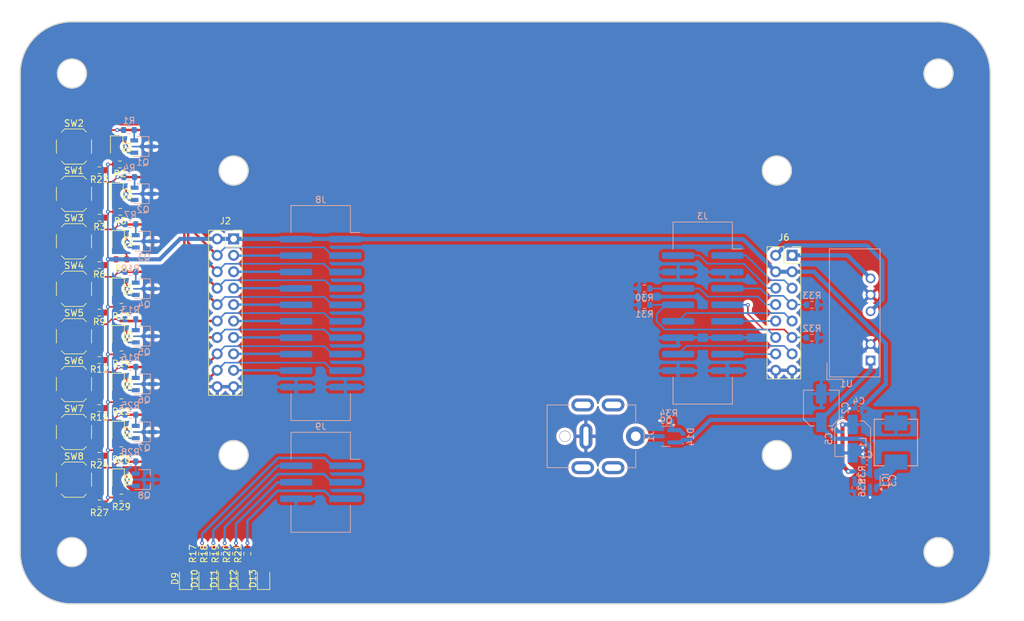
<source format=kicad_pcb>
(kicad_pcb (version 20240108) (generator "pcbnew") (generator_version "8.0")
  (layers (0 "F.Cu" signal) (31 "B.Cu" signal) (34 "B.Paste" user) (35 "F.Paste" user) (36 "B.SilkS" user "B.Silkscreen") (37 "F.SilkS" user "F.Silkscreen") (38 "B.Mask" user) (39 "F.Mask" user) (44 "Edge.Cuts" user))
  (net 0 "")
  (net 1 "Net-(D1-K)")
  (net 2 "Net-(D1-A)")
  (net 3 "AI0+")
  (net 4 "AI0-")
  (net 5 "AI1+")
  (net 6 "AI1-")
  (net 7 "DIO0")
  (net 8 "DIO1")
  (net 9 "DIO2")
  (net 10 "DIO3")
  (net 11 "DIO4")
  (net 12 "DIO5")
  (net 13 "DIO6")
  (net 14 "DIO7")
  (net 15 "AO0")
  (net 16 "GND")
  (net 17 "AO1")
  (net 18 "+5V")
  (net 19 "VCC")
  (net 20 "Net-(IC1-CB)")
  (net 21 "Net-(Q1-B)")
  (net 22 "DIO10")
  (net 23 "DIO11")
  (net 24 "DIO8")
  (net 25 "DIO13")
  (net 26 "DIO14")
  (net 27 "DIO9")
  (net 28 "DIO15")
  (net 29 "DIO12")
  (net 30 "Res0")
  (net 31 "Net-(R6-Pad2)")
  (net 32 "Res1")
  (net 33 "Res3")
  (net 34 "Res2")
  (net 35 "Net-(R3-Pad2)")
  (net 36 "Net-(R23-Pad2)")
  (net 37 "Net-(R9-Pad2)")
  (net 38 "Net-(R12-Pad2)")
  (net 39 "Net-(R15-Pad2)")
  (net 40 "Net-(R24-Pad2)")
  (net 41 "Net-(D2-K)")
  (net 42 "Net-(D2-A)")
  (net 43 "Net-(D3-K)")
  (net 44 "Net-(D3-A)")
  (net 45 "Net-(D4-K)")
  (net 46 "Net-(D4-A)")
  (net 47 "Net-(D5-K)")
  (net 48 "Net-(D5-A)")
  (net 49 "Net-(D6-K)")
  (net 50 "Net-(D6-A)")
  (net 51 "Net-(D7-K)")
  (net 52 "Net-(D7-A)")
  (net 53 "Net-(D8-K)")
  (net 54 "Net-(D8-A)")
  (net 55 "Net-(Q2-B)")
  (net 56 "Net-(Q3-B)")
  (net 57 "Net-(Q4-B)")
  (net 58 "Net-(Q5-B)")
  (net 59 "Net-(Q6-B)")
  (net 60 "Net-(Q7-B)")
  (net 61 "Net-(Q8-B)")
  (net 62 "Net-(R27-Pad2)")
  (net 63 "CHARGE")
  (net 64 "LED1")
  (net 65 "LED2")
  (net 66 "LED3")
  (net 67 "LED4")
  (net 68 "Net-(D9-A)")
  (net 69 "Net-(D10-A)")
  (net 70 "Net-(D11-A)")
  (net 71 "Net-(D12-A)")
  (net 72 "Net-(D13-A)")
  (net 73 "Net-(IC1-SW)")
  (net 74 "Net-(D14-A)")
  (net 75 "Net-(IC1-FB)")
  (net 76 "-12V")
  (net 77 "+12V")
  (net 78 "Net-(Q9-D)")
  (footprint "Resistor_SMD:R_0603_1608Metric" (layer "F.Cu") (at 91.409 76.28 180)
    (property "Reference" "R5")
    (property "Value" "1K2")
  )
  (footprint "Resistor_SMD:R_0603_1608Metric" (layer "F.Cu") (at 105.819001 129.159 90)
    (property "Reference" "R18")
    (property "Value" "1K2")
  )
  (footprint "Connector_PinSocket_2.54mm:PinSocket_2x08_P2.54mm_Vertical" (layer "F.Cu") (at 195.306 83.015)
    (property "Reference" "J6")
    (property "Value" "Conn_02x08_Odd_Even")
  )
  (footprint "LED_SMD:LED_0805_2012Metric" (layer "F.Cu") (at 113.5762 133.0096 90)
    (property "Reference" "D13")
    (property "Value" "LED")
  )
  (footprint "LED_SMD:LED_0805_2012Metric" (layer "F.Cu") (at 91.0906 80.8724 -90)
    (property "Reference" "D3")
    (property "Value" "DIO0")
  )
  (footprint "Button_Switch_SMD:SW_SPST_SKQG_WithStem" (layer "F.Cu") (at 84.2568 110.3422)
    (property "Reference" "SW7")
    (property "Value" "SW_Push")
  )
  (footprint "Resistor_SMD:R_0603_1608Metric" (layer "F.Cu") (at 109.318999 129.159 90)
    (property "Reference" "R20")
    (property "Value" "1K2")
  )
  (footprint "Button_Switch_SMD:SW_SPST_SKQG_WithStem" (layer "F.Cu") (at 84.2568 117.7078)
    (property "Reference" "SW8")
    (property "Value" "SW_Push")
  )
  (footprint "Button_Switch_SMD:SW_SPST_SKQG_WithStem" (layer "F.Cu") (at 84.2568 102.925)
    (property "Reference" "SW6")
    (property "Value" "SW_Push")
  )
  (footprint "Resistor_SMD:R_0603_1608Metric" (layer "F.Cu") (at 91.5732 113.1506 180)
    (property "Reference" "R26")
    (property "Value" "1K2")
  )
  (footprint "LED_SMD:LED_0805_2012Metric" (layer "F.Cu") (at 90.9116 73.5318 -90)
    (property "Reference" "D2")
    (property "Value" "DIO0")
  )
  (footprint "Resistor_SMD:R_0603_1608Metric" (layer "F.Cu") (at 88.1844 99.2182 180)
    (property "Reference" "R12")
    (property "Value" "100k")
  )
  (footprint "LED_SMD:LED_0805_2012Metric" (layer "F.Cu") (at 90.8608 66.2208 -90)
    (property "Reference" "D1")
    (property "Value" "DIO0")
  )
  (footprint "Resistor_SMD:R_0603_1608Metric" (layer "F.Cu") (at 91.588 105.727 180)
    (property "Reference" "R22")
    (property "Value" "1K2")
  )
  (footprint "Resistor_SMD:R_0603_1608Metric" (layer "F.Cu") (at 111.069 129.159 90)
    (property "Reference" "R21")
    (property "Value" "1K2")
  )
  (footprint "LED_SMD:LED_0805_2012Metric" (layer "F.Cu") (at 101.5362 133.0096 90)
    (property "Reference" "D9")
    (property "Value" "LED")
  )
  (footprint "Button_Switch_SMD:SW_SPST_SKQG_WithStem" (layer "F.Cu") (at 84.2568 66.2008)
    (property "Reference" "SW2")
    (property "Value" "SW_Push")
  )
  (footprint "Resistor_SMD:R_0603_1608Metric" (layer "F.Cu") (at 88.1938 84.5312 180)
    (property "Reference" "R6")
    (property "Value" "100k")
  )
  (footprint "Resistor_SMD:R_0603_1608Metric" (layer "F.Cu") (at 104.069 129.159 90)
    (property "Reference" "R17")
    (property "Value" "1K2")
  )
  (footprint "Resistor_SMD:R_0603_1608Metric" (layer "F.Cu") (at 88.1832 69.858 180)
    (property "Reference" "R23")
    (property "Value" "100k")
  )
  (footprint "Resistor_SMD:R_0603_1608Metric" (layer "F.Cu") (at 88.1844 114.0142 180)
    (property "Reference" "R24")
    (property "Value" "100k")
  )
  (footprint "LED_SMD:LED_0805_2012Metric" (layer "F.Cu") (at 104.5462 133.0096 90)
    (property "Reference" "D10")
    (property "Value" "LED")
  )
  (footprint "Resistor_SMD:R_0603_1608Metric" (layer "F.Cu") (at 88.159 106.6414 180)
    (property "Reference" "R15")
    (property "Value" "100k")
  )
  (footprint "LED_SMD:LED_0805_2012Metric" (layer "F.Cu") (at 107.5562 133.0096 90)
    (property "Reference" "D11")
    (property "Value" "LED")
  )
  (footprint "Resistor_SMD:R_0603_1608Metric" (layer "F.Cu") (at 91.3582 68.969 180)
    (property "Reference" "R2")
    (property "Value" "1K2")
  )
  (footprint "Button_Switch_SMD:SW_SPST_SKQG_WithStem" (layer "F.Cu") (at 84.2568 95.5336)
    (property "Reference" "SW5")
    (property "Value" "SW_Push")
  )
  (footprint "LED_SMD:LED_0805_2012Metric" (layer "F.Cu") (at 110.5662 133.0096 90)
    (property "Reference" "D12")
    (property "Value" "LED")
  )
  (footprint "Button_Switch_SMD:SW_SPST_SKQG_WithStem" (layer "F.Cu") (at 84.2568 73.5118)
    (property "Reference" "SW1")
    (property "Value" "SW_Push")
  )
  (footprint "LED_SMD:LED_0805_2012Metric" (layer "F.Cu") (at 91.0906 102.945 -90)
    (property "Reference" "D6")
    (property "Value" "DIO0")
  )
  (footprint "Button_Switch_SMD:SW_SPST_SKQG_WithStem" (layer "F.Cu") (at 84.2568 80.8524)
    (property "Reference" "SW3")
    (property "Value" "SW_Push")
  )
  (footprint "Connector_PinSocket_2.54mm:PinSocket_2x10_P2.54mm_Vertical" (layer "F.Cu") (at 108.946 80.475)
    (property "Reference" "J2")
    (property "Value" "Conn_02x10_Odd_Even")
  )
  (footprint "Resistor_SMD:R_0603_1608Metric" (layer "F.Cu") (at 91.588 120.4718 180)
    (property "Reference" "R29")
    (property "Value" "1K2")
  )
  (footprint "LED_SMD:LED_0805_2012Metric" (layer "F.Cu") (at 91.0906 110.3622 -90)
    (property "Reference" "D7")
    (property "Value" "DIO0")
  )
  (footprint "Resistor_SMD:R_0603_1608Metric" (layer "F.Cu") (at 91.588 90.9822 180)
    (property "Reference" "R11")
    (property "Value" "1K2")
  )
  (footprint "LED_SMD:LED_0805_2012Metric" (layer "F.Cu") (at 91.0906 95.5536 -90)
    (property "Reference" "D5")
    (property "Value" "DIO0")
  )
  (footprint "Button_Switch_SMD:SW_SPST_SKQG_WithStem" (layer "F.Cu") (at 84.2568 88.193)
    (property "Reference" "SW4")
    (property "Value" "SW_Push")
  )
  (footprint "Resistor_SMD:R_0603_1608Metric" (layer "F.Cu") (at 91.588 98.3292 180)
    (property "Reference" "R14")
    (property "Value" "1K2")
  )
  (footprint "Resistor_SMD:R_0603_1608Metric" (layer "F.Cu") (at 107.569 129.159 90)
    (property "Reference" "R19")
    (property "Value" "1K2")
  )
  (footprint "Resistor_SMD:R_0603_1608Metric" (layer "F.Cu") (at 88.1844 121.3862 180)
    (property "Reference" "R27")
    (property "Value" "100k")
  )
  (footprint "Resistor_SMD:R_0603_1608Metric" (layer "F.Cu") (at 88.1844 91.8712 180)
    (property "Reference" "R9")
    (property "Value" "100k")
  )
  (footprint "Resistor_SMD:R_0603_1608Metric" (layer "F.Cu") (at 91.588 83.6352 180)
    (property "Reference" "R8")
    (property "Value" "1K2")
  )
  (footprint "Resistor_SMD:R_0603_1608Metric" (layer "F.Cu") (at 88.234 77.1944 180)
    (property "Reference" "R3")
    (property "Value" "100k")
  )
  (footprint "LED_SMD:LED_0805_2012Metric" (layer "F.Cu") (at 91.0906 117.7278 -90)
    (property "Reference" "D8")
    (property "Value" "DIO0")
  )
  (footprint "LED_SMD:LED_0805_2012Metric" (layer "F.Cu") (at 91.0906 88.213 -90)
    (property "Reference" "D4")
    (property "Value" "DIO0")
  )
  (footprint "Resistor_SMD:R_0603_1608Metric" (layer "B.Cu") (at 92.985 107.6642 180)
    (property "Reference" "R25")
    (property "Value" "100K")
  )
  (footprint "Resistor_SMD:R_0603_1608Metric" (layer "B.Cu") (at 92.985 78.1996 180)
    (property "Reference" "R7")
    (property "Value" "100K")
  )
  (footprint "Resistor_SMD:R_0603_1608Metric" (layer "B.Cu") (at 172.466 88.138)
    (property "Reference" "R30")
    (property "Value" "0")
  )
  (footprint "Package_TO_SOT_SMD:TSOT-23" (layer "B.Cu") (at 95.1186 95.5336)
    (property "Reference" "Q5")
    (property "Value" "NPN")
  )
  (footprint "Resistor_SMD:R_0603_1608Metric" (layer "B.Cu") (at 92.7552 63.635 180)
    (property "Reference" "R1")
    (property "Value" "100K")
  )
  (footprint "Resistor_SMD:R_0603_1608Metric" (layer "B.Cu") (at 92.985 92.8936 180)
    (property "Reference" "R13")
    (property "Value" "100K")
  )
  (footprint "Techbeard:BarrelJack_10A" (layer "B.Cu") (at 171.125 111 90)
    (property "Reference" "J1")
    (property "Value" "Barrel_Jack_Switch")
  )
  (footprint "Capacitor_SMD:C_0402_1005Metric" (layer "B.Cu") (at 206.8576 115.062 180)
    (property "Reference" "C1")
    (property "Value" "100n")
  )
  (footprint "Resistor_SMD:R_0603_1608Metric" (layer "B.Cu") (at 92.985 100.266 180)
    (property "Reference" "R16")
    (property "Value" "100K")
  )
  (footprint "Resistor_SMD:R_0603_1608Metric" (layer "B.Cu") (at 198.374 90.678 180)
    (property "Reference" "R33")
    (property "Value" "0")
  )
  (footprint "Converter_DCDC:Converter_DCDC_TRACO_TBA2-xxxx_Dual_THT" (layer "B.Cu") (at 207.4418 99.2886)
    (property "Reference" "U1")
    (property "Value" "TBA2-1222")
  )
  (footprint "Connector_IDC:IDC-Header_2x10_P2.54mm_Vertical_SMD" (layer "B.Cu") (at 122.418 91.948 180)
    (property "Reference" "J8")
    (property "Value" "Conn_02x10_Odd_Even")
  )
  (footprint "Capacitor_SMD:CP_Elec_5x5.4" (layer "B.Cu") (at 199.8218 106.6292 90)
    (property "Reference" "C2")
    (property "Value" "47u")
  )
  (footprint "Capacitor_SMD:C_0402_1005Metric" (layer "B.Cu") (at 205.613 106.7054 180)
    (property "Reference" "C4")
    (property "Value" "100n")
  )
  (footprint "Package_TO_SOT_SMD:TSOT-23" (layer "B.Cu") (at 95.1186 80.8524)
    (property "Reference" "Q3")
    (property "Value" "NPN")
  )
  (footprint "Capacitor_SMD:C_0402_1005Metric" (layer "B.Cu") (at 209.7278 117.856 90)
    (property "Reference" "C3")
    (property "Value" "100n")
  )
  (footprint "Resistor_SMD:R_0402_1005Metric" (layer "B.Cu") (at 176.2252 108.6104 180)
    (property "Reference" "R34")
    (property "Value" "100k")
  )
  (footprint "Diode_SMD:D_0402_1005Metric" (layer "B.Cu") (at 178.4509 111.0837 90)
    (property "Reference" "D14")
    (property "Value" "15V")
  )
  (footprint "Connector_IDC:IDC-Header_2x03_P2.54mm_Vertical_SMD" (layer "B.Cu") (at 122.418 118.11 180)
    (property "Reference" "J9")
    (property "Value" "Conn_02x03_Odd_Even")
  )
  (footprint "Package_TO_SOT_SMD:TSOT-23" (layer "B.Cu") (at 95.1186 117.7078)
    (property "Reference" "Q8")
    (property "Value" "NPN")
  )
  (footprint "Resistor_SMD:R_0603_1608Metric" (layer "B.Cu") (at 198.374 95.758 180)
    (property "Reference" "R32")
    (property "Value" "0")
  )
  (footprint "Package_TO_SOT_SMD:TSOT-23" (layer "B.Cu") (at 95.1186 88.193)
    (property "Reference" "Q4")
    (property "Value" "NPN")
  )
  (footprint "Resistor_SMD:R_0603_1608Metric" (layer "B.Cu") (at 92.985 114.8838 180)
    (property "Reference" "R28")
    (property "Value" "100K")
  )
  (footprint "Package_TO_SOT_SMD:SOT-23-6" (layer "B.Cu") (at 207.3656 117.8814 90)
    (property "Reference" "IC1")
    (property "Value" "RY8310")
  )
  (footprint "Resistor_SMD:R_0603_1608Metric" (layer "B.Cu") (at 92.806 70.9206 180)
    (property "Reference" "R4")
    (property "Value" "100K")
  )
  (footprint "Resistor_SMD:R_0603_1608Metric" (layer "B.Cu") (at 92.985 85.572 180)
    (property "Reference" "R10")
    (property "Value" "100K")
  )
  (footprint "LeoDJ-kicad:L_0630" (layer "B.Cu") (at 211.3534 111.9632 90)
    (property "Reference" "L1")
    (property "Value" "4.7u")
  )
  (footprint "Package_TO_SOT_SMD:SOT-23" (layer "B.Cu") (at 175.8188 110.998 180)
    (property "Reference" "Q9")
    (property "Value" "AO3401A")
  )
  (footprint "Package_TO_SOT_SMD:TSOT-23" (layer "B.Cu") (at 95.1186 102.925)
    (property "Reference" "Q6")
    (property "Value" "NPN")
  )
  (footprint "Resistor_SMD:R_0603_1608Metric" (layer "B.Cu") (at 172.466 90.678)
    (property "Reference" "R31")
    (property "Value" "0")
  )
  (footprint "Connector_IDC:IDC-Header_2x08_P2.54mm_Vertical_SMD" (layer "B.Cu") (at 181.483 91.948 180)
    (property "Reference" "J3")
    (property "Value" "Conn_02x08_Odd_Even")
  )
  (footprint "Package_TO_SOT_SMD:TSOT-23" (layer "B.Cu") (at 94.8888 66.2008)
    (property "Reference" "Q1")
    (property "Value" "NPN")
  )
  (footprint "Package_TO_SOT_SMD:TSOT-23" (layer "B.Cu") (at 94.9396 73.5118)
    (property "Reference" "Q2")
    (property "Value" "NPN")
  )
  (footprint "Package_TO_SOT_SMD:TSOT-23" (layer "B.Cu") (at 95.1186 110.3422)
    (property "Reference" "Q7")
    (property "Value" "NPN")
  )
  (footprint "Resistor_SMD:R_0402_1005Metric" (layer "B.Cu") (at 204.9526 118.9736 90)
    (property "Reference" "R36")
    (property "Value" "10k")
  )
  (footprint "Resistor_SMD:R_0402_1005Metric" (layer "B.Cu") (at 204.9526 116.9416 90)
    (property "Reference" "R35")
    (property "Value" "52k50")
  )
  (footprint "Capacitor_SMD:CP_Elec_5x5.4" (layer "B.Cu") (at 204.6732 111.379 -90)
    (property "Reference" "C5")
    (property "Value" "22u")
  )
  (gr_circle (center 108.946 113.905) (end 111.196 113.905) (stroke (width 0.2)) (fill none) (layer "Edge.Cuts"))
  (gr_circle (center 83.946 54.905) (end 86.196 54.905) (stroke (width 0.2)) (fill none) (layer "Edge.Cuts"))
  (gr_circle (center 192.946 69.905) (end 195.196 69.905) (stroke (width 0.2)) (fill none) (layer "Edge.Cuts"))
  (gr_circle (center 217.946 54.905) (end 220.196 54.905) (stroke (width 0.2)) (fill none) (layer "Edge.Cuts"))
  (gr_line (start 83.946 136.905) (end 217.946 136.905) (stroke (width 0.2)) (layer "Edge.Cuts"))
  (gr_arc (start 83.946 136.905) (mid 78.289146 134.561854) (end 75.946 128.905) (stroke (width 0.2)) (layer "Edge.Cuts"))
  (gr_arc (start 225.946 128.905) (mid 223.602854 134.561854) (end 217.946 136.905) (stroke (width 0.2)) (layer "Edge.Cuts"))
  (gr_arc (start 75.946 54.905) (mid 78.289146 49.248146) (end 83.946 46.905) (stroke (width 0.2)) (layer "Edge.Cuts"))
  (gr_arc (start 217.946 46.905) (mid 223.602854 49.248146) (end 225.946 54.905) (stroke (width 0.2)) (layer "Edge.Cuts"))
  (gr_line (start 225.946 128.905) (end 225.946 54.905) (stroke (width 0.2)) (layer "Edge.Cuts"))
  (gr_circle (center 83.946 128.905) (end 86.196 128.905) (stroke (width 0.2)) (fill none) (layer "Edge.Cuts"))
  (gr_line (start 217.946 46.905) (end 83.946 46.905) (stroke (width 0.2)) (layer "Edge.Cuts"))
  (gr_line (start 75.946 54.905) (end 75.946 128.905) (stroke (width 0.2)) (layer "Edge.Cuts"))
  (gr_circle (center 192.946 113.905) (end 195.196 113.905) (stroke (width 0.2)) (fill none) (layer "Edge.Cuts"))
  (gr_circle (center 217.946 128.905) (end 220.196 128.905) (stroke (width 0.2)) (fill none) (layer "Edge.Cuts"))
  (gr_circle (center 108.946 69.905) (end 111.196 69.905) (stroke (width 0.2)) (fill none) (layer "Edge.Cuts"))
  (segment (start 92.0159 65.2833) (end 92.2472 65.5146) (width 0.25) (layer "F.Cu") (net 1))
  (segment (start 90.8608 65.2833) (end 92.0159 65.2833) (width 0.25) (layer "F.Cu") (net 1))
  (segment (start 92.2472 65.5146) (end 92.2472 66.2008) (width 0.25) (layer "F.Cu") (net 1))
  (via (at 92.2472 66.2008) (size 0.8) (drill 0.4) (layers "F.Cu" "B.Cu") (net 1))
  (segment (start 92.2472 66.7592) (end 92.6388 67.1508) (width 0.25) (layer "B.Cu") (net 1))
  (segment (start 92.6388 67.1508) (end 93.5788 67.1508) (width 0.25) (layer "B.Cu") (net 1))
  (segment (start 92.2472 66.2008) (end 92.2472 66.7592) (width 0.25) (layer "B.Cu") (net 1))
  (segment (start 90.8608 67.1583) (end 91.0715 67.1583) (width 0.25) (layer "F.Cu") (net 2))
  (segment (start 90.8654 67.1629) (end 90.8608 67.1583) (width 0.25) (layer "F.Cu") (net 2))
  (segment (start 91.0715 67.1583) (end 92.1832 68.27) (width 0.25) (layer "F.Cu") (net 2))
  (segment (start 92.1832 68.27) (end 92.1832 68.969) (width 0.25) (layer "F.Cu") (net 2))
  (segment (start 194.079 91.948) (end 195.306 93.175) (width 0.254) (layer "B.Cu") (net 3))
  (segment (start 178.953 91.948) (end 194.079 91.948) (width 0.254) (layer "B.Cu") (net 3))
  (segment (start 177.683 93.218) (end 178.953 91.948) (width 0.254) (layer "B.Cu") (net 3))
  (segment (start 185.283 93.218) (end 185.326 93.175) (width 0.254) (layer "B.Cu") (net 4))
  (segment (start 185.326 93.175) (end 192.766 93.175) (width 0.254) (layer "B.Cu") (net 4))
  (segment (start 194.079 97.028) (end 195.306 98.255) (width 0.254) (layer "B.Cu") (net 5))
  (segment (start 177.683 98.298) (end 178.953 97.028) (width 0.254) (layer "B.Cu") (net 5))
  (segment (start 178.953 97.028) (end 194.079 97.028) (width 0.254) (layer "B.Cu") (net 5))
  (segment (start 185.283 98.298) (end 192.723 98.298) (width 0.254) (layer "B.Cu") (net 6))
  (segment (start 192.723 98.298) (end 192.766 98.255) (width 0.254) (layer "B.Cu") (net 6))
  (segment (start 81.1568 64.3508) (end 87.3568 64.3508) (width 0.25) (layer "F.Cu") (net 7))
  (segment (start 89.1865 64.1303) (end 89.377 63.9398) (width 0.25) (layer "F.Cu") (net 7))
  (segment (start 90.9264 63.635) (end 95.639 63.635) (width 0.381) (layer "F.Cu") (net 7))
  (segment (start 93.226 63.635) (end 90.9264 63.635) (width 0.25) (layer "F.Cu") (net 7))
  (segment (start 87.3568 64.3508) (end 88.966 64.3508) (width 0.25) (layer "F.Cu") (net 7))
  (segment (start 102.489 70.485) (end 102.489 79.121) (width 0.381) (layer "F.Cu") (net 7))
  (segment (start 90.9264 63.635) (end 89.6818 63.635) (width 0.25) (layer "F.Cu") (net 7))
  (segment (start 95.639 63.635) (end 102.489 70.485) (width 0.381) (layer "F.Cu") (net 7))
  (segment (start 102.489 79.121) (end 106.383 83.015) (width 0.381) (layer "F.Cu") (net 7))
  (segment (start 88.966 64.3508) (end 89.1865 64.1303) (width 0.25) (layer "F.Cu") (net 7))
  (segment (start 106.383 83.015) (end 106.406 83.015) (width 0.381) (layer "F.Cu") (net 7))
  (segment (start 89.6818 63.635) (end 89.1865 64.1303) (width 0.25) (layer "F.Cu") (net 7))
  (via (at 90.9264 63.635) (size 0.6) (drill 0.3) (layers "F.Cu" "B.Cu") (net 7))
  (segment (start 124.206 83.058) (end 126.218 83.058) (width 0.254) (layer "B.Cu") (net 7))
  (segment (start 90.9264 63.635) (end 91.9302 63.635) (width 0.25) (layer "B.Cu") (net 7))
  (segment (start 122.936 81.788) (end 124.206 83.058) (width 0.254) (layer "B.Cu") (net 7))
  (segment (start 107.633 81.788) (end 122.936 81.788) (width 0.254) (layer "B.Cu") (net 7))
  (segment (start 106.406 83.015) (end 107.633 81.788) (width 0.254) (layer "B.Cu") (net 7))
  (segment (start 90.236 71.6618) (end 90.9772 70.9206) (width 0.25) (layer "F.Cu") (net 8))
  (segment (start 101.908 74.222) (end 101.908 81.057) (width 0.381) (layer "F.Cu") (net 8))
  (segment (start 98.6066 70.9206) (end 101.908 74.222) (width 0.381) (layer "F.Cu") (net 8))
  (segment (start 87.3568 71.6618) (end 90.236 71.6618) (width 0.25) (layer "F.Cu") (net 8))
  (segment (start 81.1568 71.6618) (end 87.3568 71.6618) (width 0.25) (layer "F.Cu") (net 8))
  (segment (start 101.908 81.057) (end 106.406 85.555) (width 0.381) (layer "F.Cu") (net 8))
  (segment (start 90.9772 70.9206) (end 98.6066 70.9206) (width 0.381) (layer "F.Cu") (net 8))
  (segment (start 87.3568 71.6618) (end 89.0422 71.6618) (width 0.25) (layer "F.Cu") (net 8))
  (via (at 90.9772 70.9206) (size 0.6) (drill 0.3) (layers "F.Cu" "B.Cu") (net 8))
  (segment (start 122.936 84.328) (end 124.206 85.598) (width 0.254) (layer "B.Cu") (net 8))
  (segment (start 107.633 84.328) (end 122.936 84.328) (width 0.254) (layer "B.Cu") (net 8))
  (segment (start 124.206 85.598) (end 126.218 85.598) (width 0.254) (layer "B.Cu") (net 8))
  (segment (start 91.981 70.9206) (end 90.9772 70.9206) (width 0.25) (layer "B.Cu") (net 8))
  (segment (start 106.406 85.555) (end 107.633 84.328) (width 0.254) (layer "B.Cu") (net 8))
  (segment (start 101.327 79.61) (end 101.327 83.016) (width 0.381) (layer "F.Cu") (net 9))
  (segment (start 81.1568 79.0024) (end 87.3568 79.0024) (width 0.25) (layer "F.Cu") (net 9))
  (segment (start 87.3568 79.0024) (end 90.455 79.0024) (width 0.25) (layer "F.Cu") (net 9))
  (segment (start 90.455 79.0024) (end 91.207 78.2504) (width 0.25) (layer "F.Cu") (net 9))
  (segment (start 99.9674 78.2504) (end 101.327 79.61) (width 0.381) (layer "F.Cu") (net 9))
  (segment (start 91.207 78.2504) (end 99.9674 78.2504) (width 0.381) (layer "F.Cu") (net 9))
  (segment (start 101.327 83.016) (end 106.406 88.095) (width 0.381) (layer "F.Cu") (net 9))
  (via (at 91.207 78.2504) (size 0.6) (drill 0.3) (layers "F.Cu" "B.Cu") (net 9))
  (segment (start 92.1092 78.2504) (end 92.16 78.1996) (width 0.25) (layer "B.Cu") (net 9))
  (segment (start 106.406 88.095) (end 107.633 86.868) (width 0.254) (layer "B.Cu") (net 9))
  (segment (start 91.207 78.2504) (end 92.1092 78.2504) (width 0.25) (layer "B.Cu") (net 9))
  (segment (start 107.633 86.868) (end 123.063 86.868) (width 0.254) (layer "B.Cu") (net 9))
  (segment (start 123.063 86.868) (end 124.333 88.138) (width 0.254) (layer "B.Cu") (net 9))
  (segment (start 124.333 88.138) (end 126.218 88.138) (width 0.254) (layer "B.Cu") (net 9))
  (segment (start 87.3568 86.343) (end 90.3852 86.343) (width 0.25) (layer "F.Cu") (net 10))
  (segment (start 91.1562 85.572) (end 101.343 85.572) (width 0.381) (layer "F.Cu") (net 10))
  (segment (start 101.343 85.572) (end 106.406 90.635) (width 0.381) (layer "F.Cu") (net 10))
  (segment (start 90.3852 86.343) (end 91.1562 85.572) (width 0.25) (layer "F.Cu") (net 10))
  (segment (start 81.1568 86.343) (end 87.3568 86.343) (width 0.25) (layer "F.Cu") (net 10))
  (via (at 91.1562 85.572) (size 0.6) (drill 0.3) (layers "F.Cu" "B.Cu") (net 10))
  (segment (start 124.206 90.678) (end 126.218 90.678) (width 0.254) (layer "B.Cu") (net 10))
  (segment (start 107.583 89.458) (end 122.986 89.458) (width 0.254) (layer "B.Cu") (net 10))
  (segment (start 92.16 85.572) (end 91.1562 85.572) (width 0.25) (layer "B.Cu") (net 10))
  (segment (start 122.986 89.458) (end 124.206 90.678) (width 0.254) (layer "B.Cu") (net 10))
  (segment (start 106.406 90.635) (end 107.583 89.458) (width 0.254) (layer "B.Cu") (net 10))
  (segment (start 81.1568 93.6836) (end 87.3568 93.6836) (width 0.25) (layer "F.Cu") (net 11))
  (segment (start 87.3568 93.6836) (end 89.2994 93.6836) (width 0.25) (layer "F.Cu") (net 11))
  (segment (start 91.1816 92.8936) (end 91.463 93.175) (width 0.381) (layer "F.Cu") (net 11))
  (segment (start 91.463 93.175) (end 106.406 93.175) (width 0.381) (layer "F.Cu") (net 11))
  (segment (start 90.0894 92.8936) (end 91.1816 92.8936) (width 0.25) (layer "F.Cu") (net 11))
  (segment (start 89.2994 93.6836) (end 90.0894 92.8936) (width 0.25) (layer "F.Cu") (net 11))
  (via (at 91.1816 92.8936) (size 0.6) (drill 0.3) (layers "F.Cu" "B.Cu") (net 11))
  (segment (start 122.936 91.948) (end 124.206 93.218) (width 0.254) (layer "B.Cu") (net 11))
  (segment (start 91.1816 92.8936) (end 92.16 92.8936) (width 0.25) (layer "B.Cu") (net 11))
  (segment (start 106.406 93.175) (end 107.633 91.948) (width 0.254) (layer "B.Cu") (net 11))
  (segment (start 124.206 93.218) (end 126.218 93.218) (width 0.254) (layer "B.Cu") (net 11))
  (segment (start 107.633 91.948) (end 122.936 91.948) (width 0.254) (layer "B.Cu") (net 11))
  (segment (start 97.5746 100.2914) (end 91.1816 100.2914) (width 0.381) (layer "F.Cu") (net 12))
  (segment (start 81.1568 101.075) (end 87.3568 101.075) (width 0.25) (layer "F.Cu") (net 12))
  (segment (start 87.3568 101.075) (end 90.398 101.075) (width 0.25) (layer "F.Cu") (net 12))
  (segment (start 102.151 95.715) (end 97.5746 100.2914) (width 0.381) (layer "F.Cu") (net 12))
  (segment (start 106.406 95.715) (end 102.151 95.715) (width 0.381) (layer "F.Cu") (net 12))
  (segment (start 90.398 101.075) (end 91.1816 100.2914) (width 0.25) (layer "F.Cu") (net 12))
  (via (at 91.1816 100.2914) (size 0.6) (drill 0.3) (layers "F.Cu" "B.Cu") (net 12))
  (segment (start 92.1346 100.2914) (end 92.16 100.266) (width 0.25) (layer "B.Cu") (net 12))
  (segment (start 91.1816 100.2914) (end 92.1346 100.2914) (width 0.25) (layer "B.Cu") (net 12))
  (segment (start 124.206 95.758) (end 126.218 95.758) (width 0.254) (layer "B.Cu") (net 12))
  (segment (start 106.406 95.715) (end 107.633 94.488) (width 0.254) (layer "B.Cu") (net 12))
  (segment (start 107.633 94.488) (end 122.936 94.488) (width 0.254) (layer "B.Cu") (net 12))
  (segment (start 122.936 94.488) (end 124.206 95.758) (width 0.254) (layer "B.Cu") (net 12))
  (segment (start 81.1568 108.4922) (end 87.3568 108.4922) (width 0.25) (layer "F.Cu") (net 13))
  (segment (start 97.0598 107.6642) (end 91.1816 107.6642) (width 0.381) (layer "F.Cu") (net 13))
  (segment (start 106.406 98.255) (end 106.406 98.318) (width 0.381) (layer "F.Cu") (net 13))
  (segment (start 106.406 98.318) (end 97.0598 107.6642) (width 0.381) (layer "F.Cu") (net 13))
  (segment (start 87.3568 108.4922) (end 90.3536 108.4922) (width 0.25) (layer "F.Cu") (net 13))
  (segment (start 87.3568 108.4922) (end 87.3568 108.4664) (width 0.25) (layer "F.Cu") (net 13))
  (segment (start 90.3536 108.4922) (end 91.1816 107.6642) (width 0.25) (layer "F.Cu") (net 13))
  (via (at 91.1816 107.6642) (size 0.6) (drill 0.3) (layers "F.Cu" "B.Cu") (net 13))
  (segment (start 106.406 98.255) (end 107.583 97.078) (width 0.254) (layer "B.Cu") (net 13))
  (segment (start 122.986 97.078) (end 124.206 98.298) (width 0.254) (layer "B.Cu") (net 13))
  (segment (start 124.206 98.298) (end 126.218 98.298) (width 0.254) (layer "B.Cu") (net 13))
  (segment (start 107.583 97.078) (end 122.986 97.078) (width 0.254) (layer "B.Cu") (net 13))
  (segment (start 91.1816 107.6642) (end 92.16 107.6642) (width 0.25) (layer "B.Cu") (net 13))
  (segment (start 87.3568 115.8578) (end 90.1822 115.8578) (width 0.25) (layer "F.Cu") (net 14))
  (segment (start 81.1568 115.8578) (end 87.3568 115.8578) (width 0.25) (layer "F.Cu") (net 14))
  (segment (start 91.980636 114.8838) (end 92.031836 114.935) (width 0.381) (layer "F.Cu") (net 14))
  (segment (start 102.362 104.902) (end 104.14 103.124) (width 0.381) (layer "F.Cu") (net 14))
  (segment (start 90.1822 115.8578) (end 91.1562 114.8838) (width 0.25) (layer "F.Cu") (net 14))
  (segment (start 104.14 103.061) (end 106.406 100.795) (width 0.381) (layer "F.Cu") (net 14))
  (segment (start 100.076 114.935) (end 102.362 112.649) (width 0.381) (layer "F.Cu") (net 14))
  (segment (start 102.362 112.649) (end 102.362 104.902) (width 0.381) (layer "F.Cu") (net 14))
  (segment (start 104.14 103.124) (end 104.14 103.061) (width 0.381) (layer "F.Cu") (net 14))
  (segment (start 91.1562 114.8838) (end 91.980636 114.8838) (width 0.381) (layer "F.Cu") (net 14))
  (segment (start 92.031836 114.935) (end 100.076 114.935) (width 0.381) (layer "F.Cu") (net 14))
  (via (at 91.1562 114.8838) (size 0.6) (drill 0.3) (layers "F.Cu" "B.Cu") (net 14))
  (segment (start 123.0495 99.618) (end 124.2695 100.838) (width 0.254) (layer "B.Cu") (net 14))
  (segment (start 124.2695 100.838) (end 126.218 100.838) (width 0.254) (layer "B.Cu") (net 14))
  (segment (start 91.1562 114.8838) (end 92.16 114.8838) (width 0.25) (layer "B.Cu") (net 14))
  (segment (start 106.406 100.795) (end 107.583 99.618) (width 0.254) (layer "B.Cu") (net 14))
  (segment (start 107.583 99.618) (end 123.0495 99.618) (width 0.254) (layer "B.Cu") (net 14))
  (segment (start 194.079 86.868) (end 192.024 86.868) (width 0.254) (layer "B.Cu") (net 15))
  (segment (start 192.024 86.868) (end 188.214 83.058) (width 0.254) (layer "B.Cu") (net 15))
  (segment (start 195.306 88.095) (end 194.079 86.868) (width 0.254) (layer "B.Cu") (net 15))
  (segment (start 188.214 83.058) (end 185.283 83.058) (width 0.254) (layer "B.Cu") (net 15))
  (via (at 206.2226 113.7412) (size 0.8) (drill 0.4) (layers "F.Cu" "B.Cu") (net 16))
  (via (at 207.3656 120.4468) (size 0.8) (drill 0.4) (layers "F.Cu" "B.Cu") (net 16))
  (via (at 204.1906 106.68) (size 0.8) (drill 0.4) (layers "F.Cu" "B.Cu") (net 16))
  (via (at 174.8028 108.585) (size 0.8) (drill 0.4) (layers "F.Cu" "B.Cu") (net 16))
  (via (at 206.2226 112.776) (size 0.8) (drill 0.4) (layers "F.Cu" "B.Cu") (net 16))
  (segment (start 206.2226 112.776) (end 205.4762 112.776) (width 0.635) (layer "B.Cu") (net 16))
  (segment (start 204.1906 106.68) (end 205.1076 106.68) (width 0.635) (layer "B.Cu") (net 16))
  (segment (start 108.946 103.335) (end 109.855 103.335) (width 0.381) (layer "B.Cu") (net 16))
  (segment (start 175.6898 108.585) (end 175.7152 108.6104) (width 0.635) (layer "B.Cu") (net 16))
  (segment (start 109.855 103.335) (end 126.175 103.335) (width 0.381) (layer "B.Cu") (net 16))
  (segment (start 206.2226 113.7412) (end 204.8354 113.7412) (width 0.635) (layer "B.Cu") (net 16))
  (segment (start 205.1076 106.68) (end 205.133 106.7054) (width 0.635) (layer "B.Cu") (net 16))
  (segment (start 126.175 103.335) (end 126.218 103.378) (width 0.381) (layer "B.Cu") (net 16))
  (segment (start 206.2226 112.776) (end 206.2226 113.7412) (width 0.635) (layer "B.Cu") (net 16))
  (segment (start 206.2226 113.7412) (end 206.2226 114.907) (width 0.635) (layer "B.Cu") (net 16))
  (segment (start 206.2226 112.776) (end 206.1718 112.776) (width 0.635) (layer "B.Cu") (net 16))
  (segment (start 174.8028 108.585) (end 175.6898 108.585) (width 0.635) (layer "B.Cu") (net 16))
  (segment (start 204.8354 113.7412) (end 204.6732 113.579) (width 0.635) (layer "B.Cu") (net 16))
  (segment (start 206.2226 114.907) (end 206.3776 115.062) (width 0.635) (layer "B.Cu") (net 16))
  (segment (start 207.3656 119.0189) (end 207.3656 120.4468) (width 0.635) (layer "B.Cu") (net 16))
  (segment (start 206.1718 112.776) (end 205.6638 113.284) (width 0.635) (layer "B.Cu") (net 16))
  (segment (start 205.4762 112.776) (end 204.6732 113.579) (width 0.635) (layer "B.Cu") (net 16))
  (segment (start 106.406 103.335) (end 109.855 103.335) (width 0.381) (layer "B.Cu") (net 16))
  (segment (start 180.975 83.058) (end 182.245 84.328) (width 0.254) (layer "B.Cu") (net 17))
  (segment (start 187.833 84.328) (end 191.6 88.095) (width 0.254) (layer "B.Cu") (net 17))
  (segment (start 182.245 84.328) (end 187.833 84.328) (width 0.254) (layer "B.Cu") (net 17))
  (segment (start 191.6 88.095) (end 192.766 88.095) (width 0.254) (layer "B.Cu") (net 17))
  (segment (start 177.683 83.058) (end 180.975 83.058) (width 0.254) (layer "B.Cu") (net 17))
  (segment (start 203.0984 115.5192) (end 203.0984 109.22) (width 0.635) (layer "F.Cu") (net 18))
  (segment (start 89.504 90.9828) (end 89.504 91.3766) (width 0.25) (layer "F.Cu") (net 18))
  (segment (start 89.504 120.8916) (end 89.0094 121.3862) (width 0.25) (layer "F.Cu") (net 18))
  (segment (start 89.504 113.5196) (end 89.0094 114.0142) (width 0.25) (layer "F.Cu") (net 18))
  (segment (start 89.504 84.046) (end 89.0188 84.5312) (width 0.25) (layer "F.Cu") (net 18))
  (segment (start 89.504 106.1214) (end 88.984 106.6414) (width 0.25) (layer "F.Cu") (net 18))
  (segment (start 89.504 90.9828) (end 89.5046 90.9822) (width 0.25) (layer "F.Cu") (net 18))
  (segment (start 89.504 98.7236) (end 89.0094 99.2182) (width 0.25) (layer "F.Cu") (net 18))
  (segment (start 89.504 68.969) (end 89.504 69.3622) (width 0.25) (layer "F.Cu") (net 18))
  (segment (start 89.7338 105.727) (end 90.763 105.727) (width 0.25) (layer "F.Cu") (net 18))
  (segment (start 89.504 83.6352) (end 89.504 84.046) (width 0.25) (layer "F.Cu") (net 18))
  (segment (start 89.7338 120.4718) (end 90.763 120.4718) (width 0.25) (layer "F.Cu") (net 18))
  (segment (start 204.0108 116.4316) (end 203.0984 115.5192) (width 0.635) (layer "F.Cu") (net 18))
  (segment (start 89.504 120.4718) (end 89.504 120.8916) (width 0.25) (layer "F.Cu") (net 18))
  (segment (start 89.504 113.1506) (end 89.504 113.5196) (width 0.25) (layer "F.Cu") (net 18))
  (segment (start 89.504 105.727) (end 89.504 106.1214) (width 0.25) (layer "F.Cu") (net 18))
  (segment (start 89.5046 90.9822) (end 90.763 90.9822) (width 0.25) (layer "F.Cu") (net 18))
  (segment (start 89.504 69.3622) (end 89.0082 69.858) (width 0.25) (layer "F.Cu") (net 18))
  (segment (start 89.5548 76.28) (end 90.584 76.28) (width 0.25) (layer "F.Cu") (net 18))
  (segment (start 90.763 98.3292) (end 89.7338 98.3292) (width 0.25) (layer "F.Cu") (net 18))
  (segment (start 89.7338 83.6352) (end 89.7338 83.8162) (width 0.25) (layer "F.Cu") (net 18))
  (segment (start 89.504 98.3292) (end 89.504 98.7236) (width 0.25) (layer "F.Cu") (net 18))
  (segment (start 89.504 68.969) (end 90.5332 68.969) (width 0.25) (layer "F.Cu") (net 18))
  (segment (start 89.504 91.3766) (end 89.0094 91.8712) (width 0.25) (layer "F.Cu") (net 18))
  (segment (start 89.5548 76.28) (end 89.5548 76.6986) (width 0.25) (layer "F.Cu") (net 18))
  (segment (start 89.7338 113.1506) (end 90.7482 113.1506) (width 0.25) (layer "F.Cu") (net 18))
  (segment (start 89.5548 76.6986) (end 89.059 77.1944) (width 0.25) (layer "F.Cu") (net 18))
  (segment (start 89.7338 83.6352) (end 90.763 83.6352) (width 0.25) (layer "F.Cu") (net 18))
  (via (at 203.0984 109.22) (size 0.8) (drill 0.4) (layers "F.Cu" "B.Cu") (net 18))
  (via (at 204.0108 116.4316) (size 0.8) (drill 0.4) (layers "F.Cu" "B.Cu") (net 18))
  (via (at 89.504 76.28) (size 0.6) (drill 0.3) (layers "F.Cu" "B.Cu") (net 18))
  (via (at 89.504 98.3292) (size 0.6) (drill 0.3) (layers "F.Cu" "B.Cu") (net 18))
  (via (at 89.504 120.4718) (size 0.6) (drill 0.3) (layers "F.Cu" "B.Cu") (net 18))
  (via (at 89.504 113.1506) (size 0.6) (drill 0.3) (layers "F.Cu" "B.Cu") (net 18))
  (via (at 89.504 68.969) (size 0.6) (drill 0.3) (layers "F.Cu" "B.Cu") (net 18))
  (via (at 89.504 90.9828) (size 0.6) (drill 0.3) (layers "F.Cu" "B.Cu") (net 18))
  (via (at 89.504 105.727) (size 0.6) (drill 0.3) (layers "F.Cu" "B.Cu") (net 18))
  (via (at 89.504 83.6352) (size 0.6) (drill 0.3) (layers "F.Cu" "B.Cu") (net 18))
  (segment (start 97.5176 83.6352) (end 89.504 83.6352) (width 0.635) (layer "B.Cu") (net 18))
  (segment (start 206.093 106.6064) (end 206.093 106.7054) (width 0.635) (layer "B.Cu") (net 18))
  (segment (start 187.729 80.518) (end 192.766 85.555) (width 0.635) (layer "B.Cu") (net 18))
  (segment (start 203.1394 109.179) (end 203.0984 109.22) (width 0.635) (layer "B.Cu") (net 18))
  (segment (start 126.218 80.518) (end 187.729 80.518) (width 0.635) (layer "B.Cu") (net 18))
  (segment (start 204.9526 116.4316) (end 204.0108 116.4316) (width 0.635) (layer "B.Cu") (net 18))
  (segment (start 106.406 80.475) (end 100.6778 80.475) (width 0.635) (layer "B.Cu") (net 18))
  (segment (start 198.6612 85.555) (end 209.804 96.6978) (width 0.635) (layer "B.Cu") (net 18))
  (segment (start 204.6732 109.179) (end 203.1394 109.179) (width 0.635) (layer "B.Cu") (net 18))
  (segment (start 209.804 102.8954) (end 206.093 106.6064) (width 0.635) (layer "B.Cu") (net 18))
  (segment (start 126.175 80.475) (end 126.218 80.518) (width 0.635) (layer "B.Cu") (net 18))
  (segment (start 89.504 120.4718) (end 89.504 113.1506) (width 0.25) (layer "B.Cu") (net 18))
  (segment (start 89.504 68.969) (end 89.504 76.28) (width 0.25) (layer "B.Cu") (net 18))
  (segment (start 89.504 113.1506) (end 89.504 105.727) (width 0.25) (layer "B.Cu") (net 18))
  (segment (start 89.504 76.28) (end 89.504 83.6352) (width 0.25) (layer "B.Cu") (net 18))
  (segment (start 89.504 83.6352) (end 89.504 98.3292) (width 0.25) (layer "B.Cu") (net 18))
  (segment (start 89.504 98.3292) (end 89.504 105.727) (width 0.25) (layer "B.Cu") (net 18))
  (segment (start 209.804 96.6978) (end 209.804 102.8954) (width 0.635) (layer "B.Cu") (net 18))
  (segment (start 106.406 80.475) (end 126.175 80.475) (width 0.635) (layer "B.Cu") (net 18))
  (segment (start 195.306 85.555) (end 198.6612 85.555) (width 0.635) (layer "B.Cu") (net 18))
  (segment (start 192.766 85.555) (end 195.306 85.555) (width 0.635) (layer "B.Cu") (net 18))
  (segment (start 204.5462 109.9566) (end 204.5462 109.2044) (width 0.635) (layer "B.Cu") (net 18))
  (segment (start 100.6778 80.475) (end 97.5176 83.6352) (width 0.635) (layer "B.Cu") (net 18))
  (segment (start 204.8129 103.4161) (end 199.771 108.458) (width 0.635) (layer "B.Cu") (net 19))
  (segment (start 207.4418 99.2886) (end 207.4418 100.7872) (width 0.635) (layer "B.Cu") (net 19))
  (segment (start 176.7563 111.948) (end 178.0716 111.948) (width 0.635) (layer "B.Cu") (net 19))
  (segment (start 205.0925 103.1365) (end 204.8129 103.4161) (width 0.635) (layer "B.Cu") (net 19))
  (segment (start 182.6514 108.458) (end 179.5407 111.5687) (width 0.635) (layer "B.Cu") (net 19))
  (segment (start 207.3376 112.593459) (end 206.123141 111.379) (width 0.635) (layer "B.Cu") (net 19))
  (segment (start 207.3656 116.7439) (end 206.4156 116.7439) (width 0.635) (layer "B.Cu") (net 19))
  (segment (start 207.4418 100.7872) (end 204.8129 103.4161) (width 0.635) (layer "B.Cu") (net 19))
  (segment (start 207.3376 115.062) (end 207.3376 116.7159) (width 0.635) (layer "B.Cu") (net 19))
  (segment (start 199.771 108.458) (end 182.6514 108.458) (width 0.635) (layer "B.Cu") (net 19))
  (segment (start 178.0716 111.948) (end 178.4509 111.5687) (width 0.635) (layer "B.Cu") (net 19))
  (segment (start 206.123141 111.379) (end 201.7014 111.379) (width 0.635) (layer "B.Cu") (net 19))
  (segment (start 199.8218 109.4994) (end 199.8218 108.8292) (width 0.635) (layer "B.Cu") (net 19))
  (segment (start 207.3376 115.062) (end 207.3376 112.593459) (width 0.635) (layer "B.Cu") (net 19))
  (segment (start 201.7014 111.379) (end 199.8218 109.4994) (width 0.635) (layer "B.Cu") (net 19))
  (segment (start 179.5407 111.5687) (end 178.4509 111.5687) (width 0.635) (layer "B.Cu") (net 19))
  (segment (start 207.3376 116.7159) (end 207.3656 116.7439) (width 0.635) (layer "B.Cu") (net 19))
  (segment (start 208.9985 118.336) (end 208.3156 119.0189) (width 0.635) (layer "B.Cu") (net 20))
  (segment (start 209.7278 118.336) (end 208.9985 118.336) (width 0.635) (layer "B.Cu") (net 20))
  (segment (start 93.5832 65.2464) (end 93.5788 65.2508) (width 0.25) (layer "B.Cu") (net 21))
  (segment (start 93.5802 63.635) (end 93.5802 65.2494) (width 0.25) (layer "B.Cu") (net 21))
  (segment (start 93.5802 65.2494) (end 93.5788 65.2508) (width 0.25) (layer "B.Cu") (net 21))
  (segment (start 108.946 88.095) (end 118.575 88.095) (width 0.381) (layer "B.Cu") (net 22))
  (segment (start 118.575 88.095) (end 118.618 88.138) (width 0.381) (layer "B.Cu") (net 22))
  (segment (start 118.575 90.635) (end 118.618 90.678) (width 0.381) (layer "B.Cu") (net 23))
  (segment (start 108.946 90.635) (end 118.575 90.635) (width 0.381) (layer "B.Cu") (net 23))
  (segment (start 109.22 83.015) (end 109.263 83.058) (width 0.381) (layer "B.Cu") (net 24))
  (segment (start 109.263 83.058) (end 118.618 83.058) (width 0.381) (layer "B.Cu") (net 24))
  (segment (start 108.946 83.015) (end 109.22 83.015) (width 0.381) (layer "B.Cu") (net 24))
  (segment (start 108.946 95.715) (end 118.575 95.715) (width 0.381) (layer "B.Cu") (net 25))
  (segment (start 118.575 95.715) (end 118.618 95.758) (width 0.381) (layer "B.Cu") (net 25))
  (segment (start 118.575 98.255) (end 118.618 98.298) (width 0.381) (layer "B.Cu") (net 26))
  (segment (start 108.946 98.255) (end 118.575 98.255) (width 0.381) (layer "B.Cu") (net 26))
  (segment (start 118.575 85.555) (end 118.618 85.598) (width 0.381) (layer "B.Cu") (net 27))
  (segment (start 108.946 85.555) (end 118.575 85.555) (width 0.381) (layer "B.Cu") (net 27))
  (segment (start 108.946 100.795) (end 118.575 100.795) (width 0.381) (layer "B.Cu") (net 28))
  (segment (start 118.575 100.795) (end 118.618 100.838) (width 0.381) (layer "B.Cu") (net 28))
  (segment (start 108.946 93.175) (end 118.575 93.175) (width 0.381) (layer "B.Cu") (net 29))
  (segment (start 118.575 93.175) (end 118.618 93.218) (width 0.381) (layer "B.Cu") (net 29))
  (segment (start 197.506 90.635) (end 197.549 90.678) (width 0.254) (layer "B.Cu") (net 30))
  (segment (start 191.516 89.281) (end 193.952 89.281) (width 0.254) (layer "B.Cu") (net 30))
  (segment (start 193.952 89.281) (end 195.306 90.635) (width 0.254) (layer "B.Cu") (net 30))
  (segment (start 190.373 88.138) (end 191.516 89.281) (width 0.254) (layer "B.Cu") (net 30))
  (segment (start 185.283 88.138) (end 190.373 88.138) (width 0.254) (layer "B.Cu") (net 30))
  (segment (start 195.306 90.635) (end 197.506 90.635) (width 0.254) (layer "B.Cu") (net 30))
  (segment (start 81.1568 82.7024) (end 87.3568 82.7024) (width 0.25) (layer "F.Cu") (net 31))
  (segment (start 87.3688 82.7144) (end 87.3568 82.7024) (width 0.25) (layer "F.Cu") (net 31))
  (segment (start 87.3688 84.5312) (end 87.3688 82.7144) (width 0.25) (layer "F.Cu") (net 31))
  (segment (start 190.881 94.488) (end 194.079 94.488) (width 0.254) (layer "F.Cu") (net 32))
  (segment (start 188.468 92.075) (end 190.881 94.488) (width 0.254) (layer "F.Cu") (net 32))
  (segment (start 188.468 90.678) (end 188.468 92.075) (width 0.254) (layer "F.Cu") (net 32))
  (segment (start 194.079 94.488) (end 195.306 95.715) (width 0.254) (layer "F.Cu") (net 32))
  (via (at 188.468 90.678) (size 0.6) (drill 0.3) (layers "F.Cu" "B.Cu") (net 32))
  (segment (start 188.468 90.678) (end 185.283 90.678) (width 0.254) (layer "B.Cu") (net 32))
  (segment (start 197.506 95.715) (end 197.549 95.758) (width 0.254) (layer "B.Cu") (net 32))
  (segment (start 195.306 95.715) (end 197.506 95.715) (width 0.254) (layer "B.Cu") (net 32))
  (segment (start 192.766 95.715) (end 191.539 94.488) (width 0.254) (layer "B.Cu") (net 33))
  (segment (start 174.371 92.075) (end 175.768 90.678) (width 0.254) (layer "B.Cu") (net 33))
  (segment (start 175.768 90.678) (end 177.683 90.678) (width 0.254) (layer "B.Cu") (net 33))
  (segment (start 175.622862 94.488) (end 174.371 93.236138) (width 0.254) (layer "B.Cu") (net 33))
  (segment (start 173.291 90.678) (end 177.683 90.678) (width 0.254) (layer "B.Cu") (net 33))
  (segment (start 174.371 93.236138) (end 174.371 92.075) (width 0.254) (layer "B.Cu") (net 33))
  (segment (start 191.539 94.488) (end 175.622862 94.488) (width 0.254) (layer "B.Cu") (net 33))
  (segment (start 189.992 89.408) (end 191.219 90.635) (width 0.254) (layer "B.Cu") (net 34))
  (segment (start 191.219 90.635) (end 192.766 90.635) (width 0.254) (layer "B.Cu") (net 34))
  (segment (start 177.683 88.138) (end 180.975 88.138) (width 0.254) (layer "B.Cu") (net 34))
  (segment (start 182.245 89.408) (end 189.992 89.408) (width 0.254) (layer "B.Cu") (net 34))
  (segment (start 180.975 88.138) (end 182.245 89.408) (width 0.254) (layer "B.Cu") (net 34))
  (segment (start 173.291 88.138) (end 177.683 88.138) (width 0.254) (layer "B.Cu") (net 34))
  (segment (start 81.1568 75.3618) (end 87.3568 75.3618) (width 0.25) (layer "F.Cu") (net 35))
  (segment (start 87.409 77.1944) (end 87.409 75.414) (width 0.25) (layer "F.Cu") (net 35))
  (segment (start 87.409 75.414) (end 87.3568 75.3618) (width 0.25) (layer "F.Cu") (net 35))
  (segment (start 87.3568 68.0508) (end 87.3568 69.8566) (width 0.25) (layer "F.Cu") (net 36))
  (segment (start 87.3568 69.8566) (end 87.3582 69.858) (width 0.25) (layer "F.Cu") (net 36))
  (segment (start 81.1568 68.0508) (end 87.3568 68.0508) (width 0.25) (layer "F.Cu") (net 36))
  (segment (start 81.1568 68.0508) (end 81.5128 68.0508) (width 0.25) (layer "F.Cu") (net 36))
  (segment (start 88.1596 90.043) (end 87.3568 90.043) (width 0.25) (layer "F.Cu") (net 37))
  (segment (start 87.3568 91.8686) (end 87.3594 91.8712) (width 0.25) (layer "F.Cu") (net 37))
  (segment (start 81.1568 90.043) (end 88.1596 90.043) (width 0.25) (layer "F.Cu") (net 37))
  (segment (start 87.3568 90.043) (end 87.3568 91.8686) (width 0.25) (layer "F.Cu") (net 37))
  (segment (start 87.3568 99.2156) (end 87.3594 99.2182) (width 0.25) (layer "F.Cu") (net 38))
  (segment (start 87.3568 97.3836) (end 87.3568 99.2156) (width 0.25) (layer "F.Cu") (net 38))
  (segment (start 81.1568 97.3836) (end 87.3568 97.3836) (width 0.25) (layer "F.Cu") (net 38))
  (segment (start 87.334 106.6414) (end 87.334 104.7978) (width 0.25) (layer "F.Cu") (net 39))
  (segment (start 87.334 104.7978) (end 87.3568 104.775) (width 0.25) (layer "F.Cu") (net 39))
  (segment (start 81.1568 104.775) (end 87.3568 104.775) (width 0.25) (layer "F.Cu") (net 39))
  (segment (start 87.3594 114.0142) (end 87.3594 112.1948) (width 0.25) (layer "F.Cu") (net 40))
  (segment (start 81.1568 112.1922) (end 87.3568 112.1922) (width 0.25) (layer "F.Cu") (net 40))
  (segment (start 87.3594 112.1948) (end 87.3568 112.1922) (width 0.25) (layer "F.Cu") (net 40))
  (segment (start 91.9932 72.597) (end 90.9143 72.597) (width 0.25) (layer "F.Cu") (net 41))
  (segment (start 90.9143 72.597) (end 90.9116 72.5943) (width 0.25) (layer "F.Cu") (net 41))
  (segment (start 92.3234 72.9272) (end 91.9932 72.597) (width 0.25) (layer "F.Cu") (net 41))
  (segment (start 92.3234 73.5368) (end 92.3234 72.9272) (width 0.25) (layer "F.Cu") (net 41))
  (via (at 92.298 73.5368) (size 0.8) (drill 0.4) (layers "F.Cu" "B.Cu") (net 41))
  (segment (start 92.3234 74.0448) (end 92.7404 74.4618) (width 0.25) (layer "B.Cu") (net 41))
  (segment (start 92.3234 73.5368) (end 92.3234 74.0448) (width 0.25) (layer "B.Cu") (net 41))
  (segment (start 92.7404 74.4618) (end 93.6296 74.4618) (width 0.25) (layer "B.Cu") (net 41))
  (segment (start 90.9112 74.4697) (end 90.9116 74.4693) (width 0.25) (layer "F.Cu") (net 42))
  (segment (start 92.234 75.5462) (end 91.1571 74.4693) (width 0.25) (layer "F.Cu") (net 42))
  (segment (start 92.234 76.28) (end 92.234 75.5462) (width 0.25) (layer "F.Cu") (net 42))
  (segment (start 90.9162 74.4739) (end 90.9116 74.4693) (width 0.25) (layer "F.Cu") (net 42))
  (segment (start 91.1571 74.4693) (end 90.9116 74.4693) (width 0.25) (layer "F.Cu") (net 42))
  (segment (start 92.0533 79.9349) (end 92.477 80.3586) (width 0.25) (layer "F.Cu") (net 43))
  (segment (start 91.0906 79.9349) (end 92.0533 79.9349) (width 0.25) (layer "F.Cu") (net 43))
  (segment (start 92.477 80.3586) (end 92.477 80.9936) (width 0.25) (layer "F.Cu") (net 43))
  (via (at 92.477 80.9936) (size 0.8) (drill 0.4) (layers "F.Cu" "B.Cu") (net 43))
  (segment (start 92.477 80.9936) (end 92.477 81.5778) (width 0.25) (layer "B.Cu") (net 43))
  (segment (start 92.477 81.5778) (end 92.7056 81.8064) (width 0.25) (layer "B.Cu") (net 43))
  (segment (start 92.7096 81.8024) (end 93.8086 81.8024) (width 0.25) (layer "B.Cu") (net 43))
  (segment (start 92.7056 81.8064) (end 92.7096 81.8024) (width 0.25) (layer "B.Cu") (net 43))
  (segment (start 92.413 82.9134) (end 91.3095 81.8099) (width 0.25) (layer "F.Cu") (net 44))
  (segment (start 92.413 83.6352) (end 92.413 82.9134) (width 0.25) (layer "F.Cu") (net 44))
  (segment (start 91.3095 81.8099) (end 91.0906 81.8099) (width 0.25) (layer "F.Cu") (net 44))
  (segment (start 91.0906 87.2755) (end 92.2501 87.2755) (width 0.25) (layer "F.Cu") (net 45))
  (segment (start 92.4516 87.477) (end 92.4516 88.1676) (width 0.25) (layer "F.Cu") (net 45))
  (segment (start 92.2501 87.2755) (end 92.4516 87.477) (width 0.25) (layer "F.Cu") (net 45))
  (segment (start 92.4516 88.1676) (end 92.477 88.193) (width 0.25) (layer "F.Cu") (net 45))
  (via (at 92.477 88.193) (size 0.8) (drill 0.4) (layers "F.Cu" "B.Cu") (net 45))
  (segment (start 92.477 88.9248) (end 92.731 89.1788) (width 0.25) (layer "B.Cu") (net 45))
  (segment (start 92.477 88.193) (end 92.477 88.9248) (width 0.25) (layer "B.Cu") (net 45))
  (segment (start 92.731 89.1788) (end 92.7668 89.143) (width 0.25) (layer "B.Cu") (net 45))
  (segment (start 92.7668 89.143) (end 93.8086 89.143) (width 0.25) (layer "B.Cu") (net 45))
  (segment (start 91.3603 89.1505) (end 91.0906 89.1505) (width 0.254) (layer "F.Cu") (net 46))
  (segment (start 92.413 90.9822) (end 92.413 90.2032) (width 0.254) (layer "F.Cu") (net 46))
  (segment (start 91.0952 89.1551) (end 91.0906 89.1505) (width 0.25) (layer "F.Cu") (net 46))
  (segment (start 92.413 90.2032) (end 91.3603 89.1505) (width 0.254) (layer "F.Cu") (net 46))
  (segment (start 92.2183 94.6161) (end 92.477 94.8748) (width 0.25) (layer "F.Cu") (net 47))
  (segment (start 91.0906 94.6161) (end 92.2183 94.6161) (width 0.25) (layer "F.Cu") (net 47))
  (segment (start 92.477 94.8748) (end 92.477 95.5336) (width 0.25) (layer "F.Cu") (net 47))
  (via (at 92.477 95.5336) (size 0.8) (drill 0.4) (layers "F.Cu" "B.Cu") (net 47))
  (segment (start 92.477 95.5336) (end 92.477 96.2464) (width 0.25) (layer "B.Cu") (net 47))
  (segment (start 92.477 96.2464) (end 92.7142 96.4836) (width 0.25) (layer "B.Cu") (net 47))
  (segment (start 92.7142 96.4836) (end 93.8086 96.4836) (width 0.25) (layer "B.Cu") (net 47))
  (segment (start 92.413 97.5819) (end 91.3222 96.4911) (width 0.254) (layer "F.Cu") (net 48))
  (segment (start 91.3222 96.4911) (end 91.0906 96.4911) (width 0.254) (layer "F.Cu") (net 48))
  (segment (start 91.0952 96.4957) (end 91.0906 96.4911) (width 0.25) (layer "F.Cu") (net 48))
  (segment (start 92.413 98.3292) (end 92.413 97.5819) (width 0.254) (layer "F.Cu") (net 48))
  (segment (start 92.2373 102.0075) (end 91.0906 102.0075) (width 0.25) (layer "F.Cu") (net 49))
  (segment (start 92.477 102.2472) (end 92.2373 102.0075) (width 0.25) (layer "F.Cu") (net 49))
  (segment (start 92.477 102.925) (end 92.477 102.2472) (width 0.25) (layer "F.Cu") (net 49))
  (via (at 92.477 102.925) (size 0.8) (drill 0.4) (layers "F.Cu" "B.Cu") (net 49))
  (segment (start 92.477 102.925) (end 92.477 103.568) (width 0.25) (layer "B.Cu") (net 49))
  (segment (start 92.784 103.875) (end 93.8086 103.875) (width 0.25) (layer "B.Cu") (net 49))
  (segment (start 92.477 103.568) (end 92.784 103.875) (width 0.25) (layer "B.Cu") (net 49))
  (segment (start 91.0952 103.8871) (end 91.0906 103.8825) (width 0.25) (layer "F.Cu") (net 50))
  (segment (start 91.3603 103.8825) (end 91.0906 103.8825) (width 0.254) (layer "F.Cu") (net 50))
  (segment (start 92.413 104.9352) (end 91.3603 103.8825) (width 0.254) (layer "F.Cu") (net 50))
  (segment (start 92.413 105.727) (end 92.413 104.9352) (width 0.254) (layer "F.Cu") (net 50))
  (segment (start 92.477 110.3422) (end 92.477 109.747) (width 0.25) (layer "F.Cu") (net 51))
  (segment (start 92.477 109.747) (end 92.1547 109.4247) (width 0.25) (layer "F.Cu") (net 51))
  (segment (start 92.1547 109.4247) (end 91.0906 109.4247) (width 0.25) (layer "F.Cu") (net 51))
  (via (at 92.477 110.3422) (size 0.8) (drill 0.4) (layers "F.Cu" "B.Cu") (net 51))
  (segment (start 92.477 110.3422) (end 92.477 110.9154) (width 0.25) (layer "B.Cu") (net 51))
  (segment (start 92.477 110.9154) (end 92.8538 111.2922) (width 0.25) (layer "B.Cu") (net 51))
  (segment (start 92.8538 111.2922) (end 93.8086 111.2922) (width 0.25) (layer "B.Cu") (net 51))
  (segment (start 91.2845 111.2997) (end 91.0906 111.2997) (width 0.254) (layer "F.Cu") (net 52))
  (segment (start 92.3982 113.1506) (end 92.3982 112.4134) (width 0.254) (layer "F.Cu") (net 52))
  (segment (start 92.3982 112.4134) (end 91.2845 111.2997) (width 0.254) (layer "F.Cu") (net 52))
  (segment (start 91.0804 111.3099) (end 91.0906 111.2997) (width 0.25) (layer "F.Cu") (net 52))
  (segment (start 92.477 117.0682) (end 92.477 117.7078) (width 0.25) (layer "F.Cu") (net 53))
  (segment (start 92.1991 116.7903) (end 92.477 117.0682) (width 0.25) (layer "F.Cu") (net 53))
  (segment (start 91.0906 116.7903) (end 92.1991 116.7903) (width 0.25) (layer "F.Cu") (net 53))
  (via (at 92.477 117.7078) (size 0.8) (drill 0.4) (layers "F.Cu" "B.Cu") (net 53))
  (segment (start 92.477 118.3382) (end 92.7966 118.6578) (width 0.25) (layer "B.Cu") (net 53))
  (segment (start 92.7966 118.6578) (end 93.8086 118.6578) (width 0.25) (layer "B.Cu") (net 53))
  (segment (start 92.477 117.7078) (end 92.477 118.3382) (width 0.25) (layer "B.Cu") (net 53))
  (segment (start 92.413 119.7474) (end 91.3309 118.6653) (width 0.25) (layer "F.Cu") (net 54))
  (segment (start 91.3309 118.6653) (end 91.0906 118.6653) (width 0.25) (layer "F.Cu") (net 54))
  (segment (start 92.413 120.4718) (end 92.413 119.7474) (width 0.25) (layer "F.Cu") (net 54))
  (segment (start 93.634 71.2254) (end 93.634 72.5574) (width 0.25) (layer "B.Cu") (net 55))
  (segment (start 93.634 72.5574) (end 93.6296 72.5618) (width 0.25) (layer "B.Cu") (net 55))
  (segment (start 93.81 79.901) (end 93.8086 79.9024) (width 0.25) (layer "B.Cu") (net 56))
  (segment (start 93.81 78.1996) (end 93.81 79.901) (width 0.25) (layer "B.Cu") (net 56))
  (segment (start 93.81 87.2416) (end 93.8086 87.243) (width 0.25) (layer "B.Cu") (net 57))
  (segment (start 93.81 85.572) (end 93.81 87.2416) (width 0.25) (layer "B.Cu") (net 57))
  (segment (start 93.81 92.8936) (end 93.81 94.5822) (width 0.25) (layer "B.Cu") (net 58))
  (segment (start 93.81 94.5822) (end 93.8086 94.5836) (width 0.25) (layer "B.Cu") (net 58))
  (segment (start 93.81 101.9736) (end 93.8086 101.975) (width 0.25) (layer "B.Cu") (net 59))
  (segment (start 93.81 100.266) (end 93.81 101.9736) (width 0.25) (layer "B.Cu") (net 59))
  (segment (start 93.81 109.3908) (end 93.8086 109.3922) (width 0.25) (layer "B.Cu") (net 60))
  (segment (start 93.81 107.6642) (end 93.81 109.3908) (width 0.25) (layer "B.Cu") (net 60))
  (segment (start 93.81 114.8838) (end 93.81 116.7564) (width 0.25) (layer "B.Cu") (net 61))
  (segment (start 93.81 116.7564) (end 93.8086 116.7578) (width 0.25) (layer "B.Cu") (net 61))
  (segment (start 81.1568 119.5578) (end 87.3568 119.5578) (width 0.25) (layer "F.Cu") (net 62))
  (segment (start 87.3594 121.3862) (end 87.3594 119.5604) (width 0.25) (layer "F.Cu") (net 62))
  (segment (start 87.3594 119.5604) (end 87.3568 119.5578) (width 0.25) (layer "F.Cu") (net 62))
  (segment (start 104.0638 127.508) (end 104.0638 128.3288) (width 0.254) (layer "F.Cu") (net 63))
  (segment (start 104.0638 128.3288) (end 104.069 128.334) (width 0.254) (layer "F.Cu") (net 63))
  (via (at 104.0638 127.508) (size 0.6) (drill 0.3) (layers "F.Cu" "B.Cu") (net 63))
  (segment (start 124.206 115.57) (end 122.9868 114.3508) (width 0.381) (layer "B.Cu") (net 63))
  (segment (start 126.218 115.57) (end 124.206 115.57) (width 0.381) (layer "B.Cu") (net 63))
  (segment (start 122.9868 114.3508) (end 115.824 114.3508) (width 0.381) (layer "B.Cu") (net 63))
  (segment (start 115.824 114.3508) (end 104.0638 126.111) (width 0.381) (layer "B.Cu") (net 63))
  (segment (start 104.0638 126.111) (end 104.0638 127.508) (width 0.381) (layer "B.Cu") (net 63))
  (segment (start 105.8164 127.508) (end 105.8164 128.331399) (width 0.254) (layer "F.Cu") (net 64))
  (segment (start 105.8164 128.331399) (end 105.819001 128.334) (width 0.254) (layer "F.Cu") (net 64))
  (via (at 105.8164 127.508) (size 0.6) (drill 0.3) (layers "F.Cu" "B.Cu") (net 64))
  (segment (start 115.7986 115.57) (end 105.8164 125.5522) (width 0.381) (layer "B.Cu") (net 64))
  (segment (start 105.8164 125.5522) (end 105.8164 127.508) (width 0.381) (layer "B.Cu") (net 64))
  (segment (start 118.618 115.57) (end 115.7986 115.57) (width 0.381) (layer "B.Cu") (net 64))
  (segment (start 107.569 127.508) (end 107.569 128.334) (width 0.254) (layer "F.Cu") (net 65))
  (via (at 107.569 127.508) (size 0.6) (drill 0.3) (layers "F.Cu" "B.Cu") (net 65))
  (segment (start 124.206 118.11) (end 122.936 116.84) (width 0.381) (layer "B.Cu") (net 65))
  (segment (start 115.7986 116.84) (end 107.569 125.0696) (width 0.381) (layer "B.Cu") (net 65))
  (segment (start 122.936 116.84) (end 115.7986 116.84) (width 0.381) (layer "B.Cu") (net 65))
  (segment (start 126.218 118.11) (end 124.206 118.11) (width 0.381) (layer "B.Cu") (net 65))
  (segment (start 107.569 125.0696) (end 107.569 127.508) (width 0.381) (layer "B.Cu") (net 65))
  (segment (start 109.3216 128.331399) (end 109.318999 128.334) (width 0.254) (layer "F.Cu") (net 66))
  (segment (start 109.3216 127.508) (end 109.3216 128.331399) (width 0.254) (layer "F.Cu") (net 66))
  (via (at 109.3216 127.508) (size 0.6) (drill 0.3) (layers "F.Cu" "B.Cu") (net 66))
  (segment (start 118.618 118.11) (end 115.7732 118.11) (width 0.381) (layer "B.Cu") (net 66))
  (segment (start 109.3216 124.5616) (end 109.3216 127.508) (width 0.381) (layer "B.Cu") (net 66))
  (segment (start 115.7732 118.11) (end 109.3216 124.5616) (width 0.381) (layer "B.Cu") (net 66))
  (segment (start 111.0742 127.508) (end 111.0742 128.3288) (width 0.254) (layer "F.Cu") (net 67))
  (segment (start 111.0742 128.3288) (end 111.069 128.334) (width 0.254) (layer "F.Cu") (net 67))
  (via (at 111.0742 127.508) (size 0.6) (drill 0.3) (layers "F.Cu" "B.Cu") (net 67))
  (segment (start 111.0742 124.1044) (end 115.7478 119.4308) (width 0.381) (layer "B.Cu") (net 67))
  (segment (start 124.2314 120.65) (end 126.218 120.65) (width 0.381) (layer "B.Cu") (net 67))
  (segment (start 115.7478 119.4308) (end 123.0122 119.4308) (width 0.381) (layer "B.Cu") (net 67))
  (segment (start 123.0122 119.4308) (end 124.2314 120.65) (width 0.381) (layer "B.Cu") (net 67))
  (segment (start 111.0742 127.508) (end 111.0742 124.1044) (width 0.381) (layer "B.Cu") (net 67))
  (segment (start 103.784 130.15) (end 102.997 130.937) (width 0.25) (layer "F.Cu") (net 68))
  (segment (start 102.997 130.937) (end 101.981 130.937) (width 0.25) (layer "F.Cu") (net 68))
  (segment (start 104.069 130.15) (end 103.784 130.15) (width 0.25) (layer "F.Cu") (net 68))
  (segment (start 101.5362 131.3818) (end 101.5362 132.0721) (width 0.25) (layer "F.Cu") (net 68))
  (segment (start 101.981 130.937) (end 101.5362 131.3818) (width 0.25) (layer "F.Cu") (net 68))
  (segment (start 105.41 130.937) (end 104.902 130.937) (width 0.25) (layer "F.Cu") (net 69))
  (segment (start 105.819001 130.15) (end 105.819001 130.527999) (width 0.25) (layer "F.Cu") (net 69))
  (segment (start 104.902 130.937) (end 104.5462 131.2928) (width 0.25) (layer "F.Cu") (net 69))
  (segment (start 104.5462 131.2928) (end 104.5462 132.0721) (width 0.25) (layer "F.Cu") (net 69))
  (segment (start 105.819001 130.527999) (end 105.41 130.937) (width 0.25) (layer "F.Cu") (net 69))
  (segment (start 107.569 130.15) (end 107.569 132.0593) (width 0.25) (layer "F.Cu") (net 70))
  (segment (start 107.569 132.0593) (end 107.5562 132.0721) (width 0.25) (layer "F.Cu") (net 70))
  (segment (start 109.318999 130.15) (end 109.318999 130.527999) (width 0.25) (layer "F.Cu") (net 71))
  (segment (start 109.318999 130.527999) (end 109.728 130.937) (width 0.25) (layer "F.Cu") (net 71))
  (segment (start 109.728 130.937) (end 110.2868 130.937) (width 0.25) (layer "F.Cu") (net 71))
  (segment (start 110.2868 130.937) (end 110.5662 131.2164) (width 0.25) (layer "F.Cu") (net 71))
  (segment (start 110.5662 131.2164) (end 110.5662 132.0721) (width 0.25) (layer "F.Cu") (net 71))
  (segment (start 113.576 131.356) (end 113.5762 131.356) (width 0.25) (layer "F.Cu") (net 72))
  (segment (start 111.0746 130.15) (end 111.8616 130.937) (width 0.25) (layer "F.Cu") (net 72))
  (segment (start 111.8616 130.937) (end 113.157 130.937) (width 0.25) (layer "F.Cu") (net 72))
  (segment (start 113.5762 131.356) (end 113.5762 132.0721) (width 0.25) (layer "F.Cu") (net 72))
  (segment (start 111.069 130.15) (end 111.0746 130.15) (width 0.25) (layer "F.Cu") (net 72))
  (segment (start 113.157 130.937) (end 113.576 131.356) (width 0.25) (layer "F.Cu") (net 72))
  (segment (start 208.65065 117.07895) (end 208.3156 116.7439) (width 0.635) (layer "B.Cu") (net 73))
  (segment (start 211.3534 114.9882) (end 210.3858 114.9882) (width 0.635) (layer "B.Cu") (net 73))
  (segment (start 211.3534 114.9882) (end 211.3355 114.9882) (width 0.635) (layer "B.Cu") (net 73))
  (segment (start 210.7414 114.9882) (end 208.65065 117.07895) (width 0.635) (layer "B.Cu") (net 73))
  (segment (start 209.296 116.078) (end 208.9815 116.078) (width 0.635) (layer "B.Cu") (net 73))
  (segment (start 211.3355 114.9882) (end 208.9477 117.376) (width 0.635) (layer "B.Cu") (net 73))
  (segment (start 208.9815 116.078) (end 208.3156 116.7439) (width 0.635) (layer "B.Cu") (net 73))
  (segment (start 211.3534 115.8494) (end 209.8268 117.376) (width 0.635) (layer "B.Cu") (net 73))
  (segment (start 211.3534 114.9882) (end 210.7414 114.9882) (width 0.635) (layer "B.Cu") (net 73))
  (segment (start 211.3534 114.9882) (end 211.3534 115.8494) (width 0.635) (layer "B.Cu") (net 73))
  (segment (start 209.8268 117.376) (end 209.7278 117.376) (width 0.635) (layer "B.Cu") (net 73))
  (segment (start 210.3858 114.9882) (end 209.296 116.078) (width 0.635) (layer "B.Cu") (net 73))
  (segment (start 208.9477 117.376) (end 208.8995 117.4242) (width 0.635) (layer "B.Cu") (net 73))
  (segment (start 209.7278 117.376) (end 208.9477 117.376) (width 0.635) (layer "B.Cu") (net 73))
  (segment (start 208.8995 117.4242) (end 208.3816 117.4242) (width 0.635) (layer "B.Cu") (net 73))
  (segment (start 176.7563 110.048) (end 177.9002 110.048) (width 0.635) (layer "B.Cu") (net 74))
  (segment (start 176.7352 110.0269) (end 176.7563 110.048) (width 0.635) (layer "B.Cu") (net 74))
  (segment (start 177.9002 110.048) (end 178.4509 110.5987) (width 0.635) (layer "B.Cu") (net 74))
  (segment (start 176.7352 108.6104) (end 176.7352 110.0269) (width 0.635) (layer "B.Cu") (net 74))
  (segment (start 204.9526 117.4516) (end 204.9526 118.4636) (width 0.635) (layer "B.Cu") (net 75))
  (segment (start 204.9526 118.4636) (end 205.8603 118.4636) (width 0.635) (layer "B.Cu") (net 75))
  (segment (start 205.8603 118.4636) (end 206.4156 119.0189) (width 0.635) (layer "B.Cu") (net 75))
  (segment (start 192.766 83.015) (end 194.281 81.5) (width 0.635) (layer "B.Cu") (net 76))
  (segment (start 206.8744 81.5) (end 209.2706 83.8962) (width 0.635) (layer "B.Cu") (net 76))
  (segment (start 207.4672 91.6686) (end 207.4418 91.6686) (width 0.635) (layer "B.Cu") (net 76))
  (segment (start 209.2706 83.8962) (end 209.2706 89.8652) (width 0.635) (layer "B.Cu") (net 76))
  (segment (start 198.5264 81.5) (end 206.8744 81.5) (width 0.635) (layer "B.Cu") (net 76))
  (segment (start 209.2706 89.8652) (end 207.4672 91.6686) (width 0.635) (layer "B.Cu") (net 76))
  (segment (start 194.281 81.5) (end 198.5264 81.5) (width 0.635) (layer "B.Cu") (net 76))
  (segment (start 198.5264 81.5) (end 203.5 81.5) (width 0.635) (layer "B.Cu") (net 76))
  (segment (start 195.306 83.015) (end 201.57 83.015) (width 0.635) (layer "B.Cu") (net 77))
  (segment (start 203.8682 83.015) (end 201.57 83.015) (width 0.635) (layer "B.Cu") (net 77))
  (segment (start 207.4418 86.5886) (end 203.8682 83.015) (width 0.635) (layer "B.Cu") (net 77))
  (segment (start 171.125 111) (end 174.85 111) (width 0.635) (layer "B.Cu") (net 78))
  (zone (net 16) (net_name "GND") (layers "F&B.Cu") (connect_pads (clearance 0.5)) (min_thickness 0.25) (fill yes (thermal_gap 0.5) (thermal_bridge_width 0.5))
    (polygon (pts (xy 73.3044 43.5356) (xy 231.1654 43.688) (xy 231.013 139.5476) (xy 72.8218 139.3952) (xy 72.8218 43.8404)))
  )
  (zone (net 18) (net_name "+5V") (layer "B.Cu") (priority 1) (connect_pads (clearance 0.5)) (min_thickness 0.25) (fill yes (thermal_gap 0.5) (thermal_bridge_width 0.5))
    (polygon (pts (xy 214.5538 106.8578) (xy 209.0928 106.8832) (xy 208.9912 106.8832) (xy 207.9498 106.8832) (xy 206.7052 106.1212) (xy 203.6318 106.1212) (xy 203.6318 110.998) (xy 214.5538 110.998)))
  )
)
</source>
